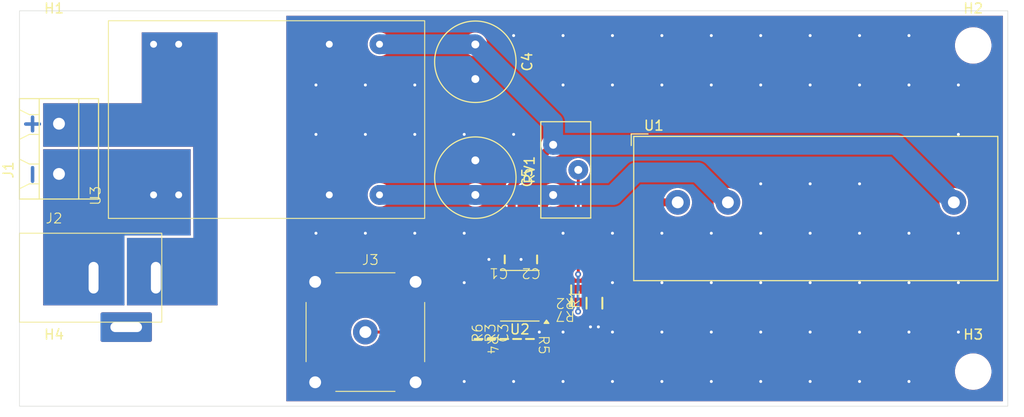
<source format=kicad_pcb>
(kicad_pcb (version 20241229) (generator "pcbnew") (generator_version "9.0")
  (layers (0 "F.Cu" signal) (2 "B.Cu" signal) (13 "F.Paste" user) (15 "B.Paste" user) (5 "F.SilkS" user "F.Silkscreen") (7 "B.SilkS" user "B.Silkscreen") (1 "F.Mask" user) (3 "B.Mask" user) (25 "Edge.Cuts" user))
  (net 0 "")
  (net 1 "GND")
  (net 2 "VCC")
  (net 3 "VEE")
  (net 4 "Net-(U2--)")
  (net 5 "Net-(U1-M)")
  (net 6 "Net-(J3-In)")
  (net 7 "Net-(U2-+)")
  (net 8 "Net-(J1-Pin_2)")
  (net 9 "Net-(J1-Pin_1)")
  (net 10 "Net-(C3-Pad1)")
  (net 12 "Net-(R4-Pad2)")
  (net 13 "Net-(R7-Pad1)")
  (footprint "SMD_Chip:0603" (layer "F.Cu") (at 70.825 93.175 180)
    (property "Reference" "R2" (at 0.6 -1.4 180) (layer "F.SilkS") (effects (font (thickness 0.1))))
    (property "Value" "820" (hide yes))
    (fp_line (start 0 -0.4) (end 0 0.4) (stroke (width 0.2)) (layer "F.SilkS"))
    (pad "1" smd rect (at -0.7 0 180) (size 0.8 0.9) (layers "F.Cu" "F.Mask" "F.Paste") (net 5 "Net-(U1-M)"))
    (pad "2" smd rect (at 0.7 0 180) (size 0.8 0.9) (layers "F.Cu" "F.Mask" "F.Paste") (net 7 "Net-(U2-+)"))
  )
  (footprint "SMD_Chip:0603" (layer "F.Cu") (at 65.35 98.2 90)
    (property "Reference" "C3" (at 0.6 -1.4 90) (layer "F.SilkS") (effects (font (thickness 0.1))))
    (property "Value" "100p" (hide yes))
    (fp_line (start 0 -0.4) (end 0 0.4) (stroke (width 0.2)) (layer "F.SilkS"))
    (pad "1" smd rect (at -0.7 0 90) (size 0.8 0.9) (layers "F.Cu" "F.Mask" "F.Paste") (net 10 "Net-(C3-Pad1)"))
    (pad "2" smd rect (at 0.7 0 90) (size 0.8 0.9) (layers "F.Cu" "F.Mask" "F.Paste") (net 4 "Net-(U2--)"))
  )
  (footprint "SMD_Chip:0603" (layer "F.Cu") (at 62.75 98.2 90)
    (property "Reference" "R6" (at 0.6 -1.4 90) (layer "F.SilkS") (effects (font (thickness 0.1))))
    (property "Value" "0" (hide yes))
    (fp_line (start 0 -0.4) (end 0 0.4) (stroke (width 0.2)) (layer "F.SilkS"))
    (pad "1" smd rect (at -0.7 0 90) (size 0.8 0.9) (layers "F.Cu" "F.Mask" "F.Paste") (net 12 "Net-(R4-Pad2)"))
    (pad "2" smd rect (at 0.7 0 90) (size 0.8 0.9) (layers "F.Cu" "F.Mask" "F.Paste") (net 4 "Net-(U2--)"))
  )
  (footprint "Anschlussklemme:BNC_vertical" (layer "F.Cu") (at 50 97.5)
    (property "Reference" "J3" (at 0.5 -7.3 0) (layer "F.SilkS") (effects (font (thickness 0.1))))
    (property "Value" "Conn_Coaxial" (hide yes))
    (fp_line (start -6 3) (end -6 -3) (stroke (width 0.1)) (layer "F.SilkS"))
    (fp_line (start -3 -6) (end 3 -6) (stroke (width 0.1)) (layer "F.SilkS"))
    (fp_line (start 3 6) (end -3 6) (stroke (width 0.1)) (layer "F.SilkS"))
    (fp_line (start 6 -3) (end 6 3) (stroke (width 0.1)) (layer "F.SilkS"))
    (pad "1" thru_hole circle (at 0 0) (size 2.5 2.5) (drill 1.2) (layers "*.Cu" "*.Mask") (net 6 "Net-(J3-In)"))
    (pad "2" thru_hole circle (at -5.08 -5.08) (size 2.5 2.5) (drill 1.2) (layers "*.Cu" "*.Mask") (net 1 "GND"))
    (pad "2" thru_hole circle (at -5.08 5.08) (size 2.5 2.5) (drill 1.2) (layers "*.Cu" "*.Mask") (net 1 "GND"))
    (pad "2" thru_hole circle (at 5.08 -5.08) (size 2.5 2.5) (drill 1.2) (layers "*.Cu" "*.Mask") (net 1 "GND"))
    (pad "2" thru_hole circle (at 5.08 5.08) (size 2.5 2.5) (drill 1.2) (layers "*.Cu" "*.Mask") (net 1 "GND"))
  )
  (footprint "MountingHole:MountingHole_3.2mm_M3_DIN965" (layer "F.Cu") (at 18.5 68.5)
    (property "Reference" "H1" (at 0 -3.75 0) (layer "F.SilkS"))
    (property "Value" "MountingHole")
    (pad "" np_thru_hole circle (at 0 0) (size 3.2 3.2) (drill 3.2) (layers "*.Cu" "*.Mask"))
  )
  (footprint "Capacitor_THT:C_Radial_D8.0mm_H7.0mm_P3.50mm" (layer "F.Cu") (at 61.125 80.125 -90)
    (property "Reference" "C5" (at 1.75 -5.25 90) (layer "F.SilkS"))
    (property "Value" "10u")
    (fp_circle (center 1.75 0) (end 5.87 0) (stroke (width 0.12)) (fill no) (layer "F.SilkS"))
    (pad "1" thru_hole circle (at 0 0 270) (size 2 2) (drill 0.8) (layers "*.Cu" "*.Mask") (net 1 "GND"))
    (pad "2" thru_hole circle (at 3.5 0 270) (size 2 2) (drill 0.8) (layers "*.Cu" "*.Mask") (net 3 "VEE"))
  )
  (footprint "SMD_Chip:0603" (layer "F.Cu") (at 61.45 98.2 -90)
    (property "Reference" "R4" (at 0.6 -1.4 270) (layer "F.SilkS") (effects (font (thickness 0.1))))
    (property "Value" "8.2k" (hide yes))
    (fp_line (start 0 -0.4) (end 0 0.4) (stroke (width 0.2)) (layer "F.SilkS"))
    (pad "1" smd rect (at -0.7 0 270) (size 0.8 0.9) (layers "F.Cu" "F.Mask" "F.Paste") (net 6 "Net-(J3-In)"))
    (pad "2" smd rect (at 0.7 0 270) (size 0.8 0.9) (layers "F.Cu" "F.Mask" "F.Paste") (net 12 "Net-(R4-Pad2)"))
  )
  (footprint "SMD_Chip:0603" (layer "F.Cu") (at 67.375 90.15 180)
    (property "Reference" "C2" (at 0.6 -1.4 180) (layer "F.SilkS") (effects (font (thickness 0.1))))
    (property "Value" "100n" (hide yes))
    (fp_line (start 0 -0.4) (end 0 0.4) (stroke (width 0.2)) (layer "F.SilkS"))
    (pad "1" smd rect (at -0.7 0 180) (size 0.8 0.9) (layers "F.Cu" "F.Mask" "F.Paste") (net 3 "VEE"))
    (pad "2" smd rect (at 0.7 0 180) (size 0.8 0.9) (layers "F.Cu" "F.Mask" "F.Paste") (net 1 "GND"))
  )
  (footprint "Anschlussklemme:AKL_101-02_5.08mm" (layer "F.Cu") (at 19 81.5 90)
    (property "Reference" "J1" (at 0.4 -5.12 90) (layer "F.SilkS"))
    (property "Value" "Screw_Terminal_01x02")
    (fp_line (start 7.62 -4) (end 7.62 4) (stroke (width 0.12)) (layer "F.SilkS"))
    (fp_line (start -2.54 -4) (end 7.62 -4) (stroke (width 0.12)) (layer "F.SilkS"))
    (fp_line (start -2.54 -4) (end -2.54 4) (stroke (width 0.12)) (layer "F.SilkS"))
    (fp_line (start 6 -3) (end 6.5 -4) (stroke (width 0.1)) (layer "F.SilkS"))
    (fp_line (start 4 -3) (end 3.5 -4) (stroke (width 0.1)) (layer "F.SilkS"))
    (fp_line (start 1 -3) (end 1.5 -4) (stroke (width 0.1)) (layer "F.SilkS"))
    (fp_line (start -1 -3) (end -1.5 -4) (stroke (width 0.1)) (layer "F.SilkS"))
    (fp_line (start 6 -2) (end 6 -3) (stroke (width 0.1)) (layer "F.SilkS"))
    (fp_line (start 4 -2) (end 4 -3) (stroke (width 0.1)) (layer "F.SilkS"))
    (fp_line (start 1 -2) (end 1 -3) (stroke (width 0.1)) (layer "F.SilkS"))
    (fp_line (start -1 -2) (end -1 -3) (stroke (width 0.1)) (layer "F.SilkS"))
    (fp_line (start -2.54 -2) (end 7.62 -2) (stroke (width 0.12)) (layer "F.SilkS"))
    (fp_line (start -2.54 2) (end 7.62 2) (stroke (width 0.12)) (layer "F.SilkS"))
    (fp_line (start -2.54 4) (end 7.62 4) (stroke (width 0.12)) (layer "F.SilkS"))
    (pad "1" thru_hole circle (at 0 0 90) (size 2.8 2.8) (drill 1.2) (layers "*.Cu" "*.Mask") (net 9 "Net-(J1-Pin_1)"))
    (pad "2" thru_hole circle (at 5.08 0 90) (size 2.8 2.8) (drill 1.2) (layers "*.Cu" "*.Mask") (net 8 "Net-(J1-Pin_2)"))
  )
  (footprint "Anschlussklemme:Hohlbuchse_BKL" (layer "F.Cu") (at 15 87.5)
    (property "Reference" "J2" (at 3.5 -1.5 0) (layer "F.SilkS") (effects (font (thickness 0.1))))
    (property "Value" "Barrel_Jack_Switch" (hide yes))
    (fp_rect (start 0 0) (end 14.4 9) (stroke (width 0.1)) (fill no) (layer "F.SilkS"))
    (pad "1" thru_hole roundrect (at 13.8 4.5 90) (size 5.2 3) (drill oval 3.2 1) (layers "*.Cu" "*.Mask") (roundrect_rratio 0.06666666667) (net 8 "Net-(J1-Pin_2)"))
    (pad "2" thru_hole roundrect (at 7.5 4.5 90) (size 5.2 3) (drill oval 3.2 1) (layers "*.Cu" "*.Mask") (roundrect_rratio 0.06666666667) (net 9 "Net-(J1-Pin_1)"))
    (pad "3" thru_hole roundrect (at 10.8 9.5 180) (size 5.2 3) (drill oval 3.2 1) (layers "*.Cu" "*.Mask") (roundrect_rratio 0.06666666667))
  )
  (footprint "MountingHole:MountingHole_3.2mm_M3_DIN965" (layer "F.Cu") (at 111.5 68.5)
    (property "Reference" "H2" (at 0 -3.75 0) (layer "F.SilkS"))
    (property "Value" "MountingHole")
    (pad "" np_thru_hole circle (at 0 0) (size 3.2 3.2) (drill 3.2) (layers "*.Cu" "*.Mask"))
  )
  (footprint "MountingHole:MountingHole_3.2mm_M3_DIN965" (layer "F.Cu") (at 111.5 101.5)
    (property "Reference" "H3" (at 0 -3.75 0) (layer "F.SilkS"))
    (property "Value" "MountingHole")
    (pad "" np_thru_hole circle (at 0 0) (size 3.2 3.2) (drill 3.2) (layers "*.Cu" "*.Mask"))
  )
  (footprint "Package_SO:SOIC-8_3.9x4.9mm_P1.27mm" (layer "F.Cu") (at 65.625 93.825 180)
    (property "Reference" "U2" (at 0 -3.4 0) (layer "F.SilkS"))
    (property "Value" "OPA134")
    (fp_line (start 0 2.56) (end 1.95 2.56) (stroke (width 0.12)) (layer "F.SilkS"))
    (fp_line (start 0 2.56) (end -1.95 2.56) (stroke (width 0.12)) (layer "F.SilkS"))
    (fp_line (start 0 -2.56) (end 1.95 -2.56) (stroke (width 0.12)) (layer "F.SilkS"))
    (fp_line (start 0 -2.56) (end -1.95 -2.56) (stroke (width 0.12)) (layer "F.SilkS"))
    (fp_poly (pts (xy -2.7 -2.465) (xy -2.94 -2.795) (xy -2.46 -2.795)) (stroke (width 0.12)) (fill yes) (layer "F.SilkS"))
    (pad "1" smd roundrect (at -2.475 -1.905 180) (size 1.95 0.6) (layers "F.Cu" "F.Mask" "F.Paste"))
    (pad "2" smd roundrect (at -2.475 -0.635 180) (size 1.95 0.6) (layers "F.Cu" "F.Mask" "F.Paste") (net 4 "Net-(U2--)"))
    (pad "3" smd roundrect (at -2.475 0.635 180) (size 1.95 0.6) (layers "F.Cu" "F.Mask" "F.Paste") (net 7 "Net-(U2-+)"))
    (pad "4" smd roundrect (at -2.475 1.905 180) (size 1.95 0.6) (layers "F.Cu" "F.Mask" "F.Paste") (net 3 "VEE"))
    (pad "5" smd roundrect (at 2.475 1.905 180) (size 1.95 0.6) (layers "F.Cu" "F.Mask" "F.Paste"))
    (pad "6" smd roundrect (at 2.475 0.635 180) (size 1.95 0.6) (layers "F.Cu" "F.Mask" "F.Paste") (net 6 "Net-(J3-In)"))
    (pad "7" smd roundrect (at 2.475 -0.635 180) (size 1.95 0.6) (layers "F.Cu" "F.Mask" "F.Paste") (net 2 "VCC"))
    (pad "8" smd roundrect (at 2.475 -1.905 180) (size 1.95 0.6) (layers "F.Cu" "F.Mask" "F.Paste"))
  )
  (footprint "SMD_Chip:0603" (layer "F.Cu") (at 70.825 94.475 180)
    (property "Reference" "R7" (at 0.6 -1.4 180) (layer "F.SilkS") (effects (font (thickness 0.1))))
    (property "Value" "220k" (hide yes))
    (fp_line (start 0 -0.4) (end 0 0.4) (stroke (width 0.2)) (layer "F.SilkS"))
    (pad "1" smd rect (at -0.7 0 180) (size 0.8 0.9) (layers "F.Cu" "F.Mask" "F.Paste") (net 13 "Net-(R7-Pad1)"))
    (pad "2" smd rect (at 0.7 0 180) (size 0.8 0.9) (layers "F.Cu" "F.Mask" "F.Paste") (net 4 "Net-(U2--)"))
  )
  (footprint "Potentiometer_THT:Potentiometer_Bourns_3296Y_Vertical" (layer "F.Cu") (at 69 78.55 90)
    (property "Reference" "RV1" (at -2.54 -2.39 90) (layer "F.SilkS"))
    (property "Value" "220k")
    (fp_line (start 2.335 -1.25) (end 2.335 3.8) (stroke (width 0.12)) (layer "F.SilkS"))
    (fp_line (start -7.415 -1.25) (end 2.335 -1.25) (stroke (width 0.12)) (layer "F.SilkS"))
    (fp_line (start 2.335 3.8) (end -7.415 3.8) (stroke (width 0.12)) (layer "F.SilkS"))
    (fp_line (start -7.415 3.8) (end -7.415 -1.25) (stroke (width 0.12)) (layer "F.SilkS"))
    (pad "1" thru_hole circle (at 0 0 90) (size 2 2) (drill 0.8) (layers "*.Cu" "*.Mask") (net 2 "VCC"))
    (pad "2" thru_hole circle (at -2.54 2.54 90) (size 2 2) (drill 0.8) (layers "*.Cu" "*.Mask") (net 13 "Net-(R7-Pad1)"))
    (pad "3" thru_hole circle (at -5.08 0 90) (size 2 2) (drill 0.8) (layers "*.Cu" "*.Mask") (net 3 "VEE"))
  )
  (footprint "DCDC_Module:TEN5" (layer "F.Cu") (at 40 76 90)
    (property "Reference" "U3" (at -7.7 -17.3 90) (layer "F.SilkS") (effects (font (thickness 0.1))))
    (property "Value" "TEN5-1223" (hide yes))
    (fp_rect (start -10 -16) (end 10 16) (stroke (width 0.1)) (fill no) (layer "F.SilkS"))
    (pad "2" thru_hole circle (at -7.62 -11.43 90) (size 2 2) (drill 0.7) (layers "*.Cu" "*.Mask") (net 9 "Net-(J1-Pin_1)"))
    (pad "3" thru_hole circle (at -7.62 -8.89 90) (size 2 2) (drill 0.7) (layers "*.Cu" "*.Mask") (net 9 "Net-(J1-Pin_1)"))
    (pad "9" thru_hole circle (at -7.62 6.35 90) (size 2 2) (drill 0.7) (layers "*.Cu" "*.Mask") (net 1 "GND"))
    (pad "11" thru_hole circle (at -7.62 11.43 90) (size 2 2) (drill 0.7) (layers "*.Cu" "*.Mask") (net 3 "VEE"))
    (pad "14" thru_hole circle (at 7.62 11.43 90) (size 2 2) (drill 0.7) (layers "*.Cu" "*.Mask") (net 2 "VCC"))
    (pad "16" thru_hole circle (at 7.62 6.35 90) (size 2 2) (drill 0.7) (layers "*.Cu" "*.Mask") (net 1 "GND"))
    (pad "22" thru_hole circle (at 7.62 -8.89 90) (size 2 2) (drill 0.7) (layers "*.Cu" "*.Mask") (net 8 "Net-(J1-Pin_2)"))
    (pad "23" thru_hole circle (at 7.62 -11.43 90) (size 2 2) (drill 0.7) (layers "*.Cu" "*.Mask") (net 8 "Net-(J1-Pin_2)"))
  )
  (footprint "SMD_Chip:1206" (layer "F.Cu") (at 73.175 94.575 90)
    (property "Reference" "R1" (at 0.4 -2 90) (layer "F.SilkS") (effects (font (thickness 0.1))))
    (property "Value" "100" (hide yes))
    (fp_line (start 0.55 -0.8) (end -0.55 -0.8) (stroke (width 0.2)) (layer "F.SilkS"))
    (fp_line (start 0.55 0.8) (end -0.55 0.8) (stroke (width 0.2)) (layer "F.SilkS"))
    (pad "1" smd rect (at -1.4 0 90) (size 1 1.7) (layers "F.Cu" "F.Mask" "F.Paste") (net 1 "GND"))
    (pad "2" smd rect (at 1.4 0 90) (size 1 1.7) (layers "F.Cu" "F.Mask" "F.Paste") (net 5 "Net-(U1-M)"))
  )
  (footprint "Sensor_Current:LEM_LA25-P" (layer "F.Cu") (at 81.6 84.375)
    (property "Reference" "U1" (at -2.413 -7.767 0) (layer "F.SilkS"))
    (property "Value" "LA55-P")
    (fp_line (start -4.7 -6.92) (end -4.7 -5.75) (stroke (width 0.12)) (layer "F.SilkS"))
    (fp_line (start -4.45 -6.67) (end -4.45 7.92) (stroke (width 0.12)) (layer "F.SilkS"))
    (fp_line (start -4.45 7.92) (end 32.39 7.92) (stroke (width 0.12)) (layer "F.SilkS"))
    (fp_line (start -3 -6.92) (end -4.7 -6.92) (stroke (width 0.12)) (layer "F.SilkS"))
    (fp_line (start 32.39 -6.67) (end -4.45 -6.67) (stroke (width 0.12)) (layer "F.SilkS"))
    (fp_line (start 32.39 7.92) (end 32.39 -6.67) (stroke (width 0.12)) (layer "F.SilkS"))
    (pad "1" thru_hole circle (at 0 0) (size 2.5 2.5) (drill 1.2) (layers "*.Cu" "*.Mask") (net 5 "Net-(U1-M)"))
    (pad "2" thru_hole circle (at 5.08 0) (size 2.5 2.5) (drill 1.2) (layers "*.Cu" "*.Mask") (net 3 "VEE"))
    (pad "3" thru_hole circle (at 27.94 0) (size 2.5 2.5) (drill 1.2) (layers "*.Cu" "*.Mask") (net 2 "VCC"))
  )
  (footprint "MountingHole:MountingHole_3.2mm_M3_DIN965" (layer "F.Cu") (at 18.5 101.5)
    (property "Reference" "H4" (at 0 -3.75 0) (layer "F.SilkS"))
    (property "Value" "MountingHole")
    (pad "" np_thru_hole circle (at 0 0) (size 3.2 3.2) (drill 3.2) (layers "*.Cu" "*.Mask"))
  )
  (footprint "SMD_Chip:0603" (layer "F.Cu") (at 66.65 98.2 -90)
    (property "Reference" "R5" (at 0.6 -1.4 270) (layer "F.SilkS") (effects (font (thickness 0.1))))
    (property "Value" "4.3" (hide yes))
    (fp_line (start 0 -0.4) (end 0 0.4) (stroke (width 0.2)) (layer "F.SilkS"))
    (pad "1" smd rect (at -0.7 0 270) (size 0.8 0.9) (layers "F.Cu" "F.Mask" "F.Paste") (net 1 "GND"))
    (pad "2" smd rect (at 0.7 0 270) (size 0.8 0.9) (layers "F.Cu" "F.Mask" "F.Paste") (net 10 "Net-(C3-Pad1)"))
  )
  (footprint "SMD_Chip:0603" (layer "F.Cu") (at 64.1 90.15 180)
    (property "Reference" "C1" (at 0.6 -1.4 180) (layer "F.SilkS") (effects (font (thickness 0.1))))
    (property "Value" "100n" (hide yes))
    (fp_line (start 0 -0.4) (end 0 0.4) (stroke (width 0.2)) (layer "F.SilkS"))
    (pad "1" smd rect (at -0.7 0 180) (size 0.8 0.9) (layers "F.Cu" "F.Mask" "F.Paste") (net 2 "VCC"))
    (pad "2" smd rect (at 0.7 0 180) (size 0.8 0.9) (layers "F.Cu" "F.Mask" "F.Paste") (net 1 "GND"))
  )
  (footprint "SMD_Chip:0603" (layer "F.Cu") (at 64.05 98.2 90)
    (property "Reference" "R3" (at 0.6 -1.4 90) (layer "F.SilkS") (effects (font (thickness 0.1))))
    (property "Value" "910" (hide yes))
    (fp_line (start 0 -0.4) (end 0 0.4) (stroke (width 0.2)) (layer "F.SilkS"))
    (pad "1" smd rect (at -0.7 0 90) (size 0.8 0.9) (layers "F.Cu" "F.Mask" "F.Paste") (net 10 "Net-(C3-Pad1)"))
    (pad "2" smd rect (at 0.7 0 90) (size 0.8 0.9) (layers "F.Cu" "F.Mask" "F.Paste") (net 4 "Net-(U2--)"))
  )
  (footprint "Capacitor_THT:C_Radial_D8.0mm_H7.0mm_P3.50mm" (layer "F.Cu") (at 61.125 68.4 -90)
    (property "Reference" "C4" (at 1.75 -5.25 90) (layer "F.SilkS"))
    (property "Value" "10u")
    (fp_circle (center 1.75 0) (end 5.87 0) (stroke (width 0.12)) (fill no) (layer "F.SilkS"))
    (pad "1" thru_hole circle (at 0 0 270) (size 2 2) (drill 0.8) (layers "*.Cu" "*.Mask") (net 2 "VCC"))
    (pad "2" thru_hole circle (at 3.5 0 270) (size 2 2) (drill 0.8) (layers "*.Cu" "*.Mask") (net 1 "GND"))
  )
  (gr_rect (start 15 65) (end 115 105) (stroke (width 0.05)) (fill no) (layer "Edge.Cuts"))
  (gr_text "-" (at 17.25 80.2 90) (layer "B.Cu") (effects (font (size 1.8 1.8) (thickness 0.36) (bold yes)) (justify left bottom mirror)))
  (gr_text "+" (at 17.25 75.1 90) (layer "B.Cu") (effects (font (size 1.8 1.8) (thickness 0.36) (bold yes)) (justify left bottom mirror)))
  (via (at 90 92.5) (size 0.6) (drill 0.3) (layers "F.Cu" "B.Cu") (net 1))
  (via (at 55 72.5) (size 0.6) (drill 0.3) (layers "F.Cu" "B.Cu") (net 1))
  (via (at 45 87.5) (size 0.6) (drill 0.3) (layers "F.Cu" "B.Cu") (net 1))
  (via (at 95 67.5) (size 0.6) (drill 0.3) (layers "F.Cu" "B.Cu") (net 1))
  (via (at 70 67.5) (size 0.6) (drill 0.3) (layers "F.Cu" "B.Cu") (net 1))
  (via (at 55 77.5) (size 0.6) (drill 0.3) (layers "F.Cu" "B.Cu") (net 1))
  (via (at 75 97.5) (size 0.6) (drill 0.3) (layers "F.Cu" "B.Cu") (net 1))
  (via (at 80 97.5) (size 0.6) (drill 0.3) (layers "F.Cu" "B.Cu") (net 1))
  (via (at 65 77.5) (size 0.6) (drill 0.3) (layers "F.Cu" "B.Cu") (net 1))
  (via (at 80 87.5) (size 0.6) (drill 0.3) (layers "F.Cu" "B.Cu") (net 1))
  (via (at 55 87.5) (size 0.6) (drill 0.3) (layers "F.Cu" "B.Cu") (net 1))
  (via (at 50 87.5) (size 0.6) (drill 0.3) (layers "F.Cu" "B.Cu") (net 1))
  (via (at 105 92.5) (size 0.6) (drill 0.3) (layers "F.Cu" "B.Cu") (net 1))
  (via (at 70 102.5) (size 0.6) (drill 0.3) (layers "F.Cu" "B.Cu") (net 1))
  (via (at 62.5 90.15) (size 0.6) (drill 0.3) (layers "F.Cu" "B.Cu") (net 1))
  (via (at 75 67.5) (size 0.6) (drill 0.3) (layers "F.Cu" "B.Cu") (net 1))
  (via (at 95 82.5) (size 0.6) (drill 0.3) (layers "F.Cu" "B.Cu") (net 1))
  (via (at 70 72.5) (size 0.6) (drill 0.3) (layers "F.Cu" "B.Cu") (net 1))
  (via (at 50 77.5) (size 0.6) (drill 0.3) (layers "F.Cu" "B.Cu") (net 1))
  (via (at 80 102.5) (size 0.6) (drill 0.3) (layers "F.Cu" "B.Cu") (net 1))
  (via (at 85 67.5) (size 0.6) (drill 0.3) (layers "F.Cu" "B.Cu") (net 1))
  (via (at 90 87.5) (size 0.6) (drill 0.3) (layers "F.Cu" "B.Cu") (net 1))
  (via (at 95 102.5) (size 0.6) (drill 0.3) (layers "F.Cu" "B.Cu") (net 1))
  (via (at 60 102.5) (size 0.6) (drill 0.3) (layers "F.Cu" "B.Cu") (net 1))
  (via (at 95 72.5) (size 0.6) (drill 0.3) (layers "F.Cu" "B.Cu") (net 1))
  (via (at 100 72.5) (size 0.6) (drill 0.3) (layers "F.Cu" "B.Cu") (net 1))
  (via (at 105 72.5) (size 0.6) (drill 0.3) (layers "F.Cu" "B.Cu") (net 1))
  (via (at 100 82.5) (size 0.6) (drill 0.3) (layers "F.Cu" "B.Cu") (net 1))
  (via (at 100 92.5) (size 0.6) (drill 0.3) (layers "F.Cu" "B.Cu") (net 1))
  (via (at 100 87.5) (size 0.6) (drill 0.3) (layers "F.Cu" "B.Cu") (net 1))
  (via (at 70 87.5) (size 0.6) (drill 0.3) (layers "F.Cu" "B.Cu") (net 1))
  (via (at 85 92.5) (size 0.6) (drill 0.3) (layers "F.Cu" "B.Cu") (net 1))
  (via (at 50 72.5) (size 0.6) (drill 0.3) (layers "F.Cu" "B.Cu") (net 1))
  (via (at 85 102.5) (size 0.6) (drill 0.3) (layers "F.Cu" "B.Cu") (net 1))
  (via (at 80 72.5) (size 0.6) (drill 0.3) (layers "F.Cu" "B.Cu") (net 1))
  (via (at 60 87.5) (size 0.6) (drill 0.3) (layers "F.Cu" "B.Cu") (net 1))
  (via (at 90 82.5) (size 0.6) (drill 0.3) (layers "F.Cu" "B.Cu") (net 1))
  (via (at 100 102.5) (size 0.6) (drill 0.3) (layers "F.Cu" "B.Cu") (net 1))
  (via (at 110 77.5) (size 0.6) (drill 0.3) (layers "F.Cu" "B.Cu") (net 1))
  (via (at 90 72.5) (size 0.6) (drill 0.3) (layers "F.Cu" "B.Cu") (net 1))
  (via (at 65 102.5) (size 0.6) (drill 0.3) (layers "F.Cu" "B.Cu") (net 1))
  (via (at 73.575 96.975) (size 0.6) (drill 0.3) (layers "F.Cu" "B.Cu") (net 1))
  (via (at 85 97.5) (size 0.6) (drill 0.3) (layers "F.Cu" "B.Cu") (net 1))
  (via (at 100 97.5) (size 0.6) (drill 0.3) (layers "F.Cu" "B.Cu") (net 1))
  (via (at 75 92.5) (size 0.6) (drill 0.3) (layers "F.Cu" "B.Cu") (net 1))
  (via (at 45 77.5) (size 0.6) (drill 0.3) (layers "F.Cu" "B.Cu") (net 1))
  (via (at 110 87.5) (size 0.6) (drill 0.3) (layers "F.Cu" "B.Cu") (net 1))
  (via (at 110 72.5) (size 0.6) (drill 0.3) (layers "F.Cu" "B.Cu") (net 1))
  (via (at 75 102.5) (size 0.6) (drill 0.3) (layers "F.Cu" "B.Cu") (net 1))
  (via (at 95 97.5) (size 0.6) (drill 0.3) (layers "F.Cu" "B.Cu") (net 1))
  (via (at 65 67.5) (size 0.6) (drill 0.3) (layers "F.Cu" "B.Cu") (net 1))
  (via (at 45 72.5) (size 0.6) (drill 0.3) (layers "F.Cu" "B.Cu") (net 1))
  (via (at 60 77.5) (size 0.6) (drill 0.3) (layers "F.Cu" "B.Cu") (net 1))
  (via (at 80 67.5) (size 0.6) (drill 0.3) (layers "F.Cu" "B.Cu") (net 1))
  (via (at 105 97.5) (size 0.6) (drill 0.3) (layers "F.Cu" "B.Cu") (net 1))
  (via (at 70 97.5) (size 0.6) (drill 0.3) (layers "F.Cu" "B.Cu") (net 1))
  (via (at 90 97.5) (size 0.6) (drill 0.3) (layers "F.Cu" "B.Cu") (net 1))
  (via (at 95 92.5) (size 0.6) (drill 0.3) (layers "F.Cu" "B.Cu") (net 1))
  (via (at 105 102.5) (size 0.6) (drill 0.3) (layers "F.Cu" "B.Cu") (net 1))
  (via (at 110 97.5) (size 0.6) (drill 0.3) (layers "F.Cu" "B.Cu") (net 1))
  (via (at 110 92.5) (size 0.6) (drill 0.3) (layers "F.Cu" "B.Cu") (net 1))
  (via (at 67.6 97.5) (size 0.6) (drill 0.3) (layers "F.Cu" "B.Cu") (net 1))
  (via (at 60 92.5) (size 0.6) (drill 0.3) (layers "F.Cu" "B.Cu") (net 1))
  (via (at 75 87.5) (size 0.6) (drill 0.3) (layers "F.Cu" "B.Cu") (net 1))
  (via (at 75 72.5) (size 0.6) (drill 0.3) (layers "F.Cu" "B.Cu") (net 1))
  (via (at 90 102.5) (size 0.6) (drill 0.3) (layers "F.Cu" "B.Cu") (net 1))
  (via (at 105 87.5) (size 0.6) (drill 0.3) (layers "F.Cu" "B.Cu") (net 1))
  (via (at 105 67.5) (size 0.6) (drill 0.3) (layers "F.Cu" "B.Cu") (net 1))
  (via (at 85 72.5) (size 0.6) (drill 0.3) (layers "F.Cu" "B.Cu") (net 1))
  (via (at 80 92.5) (size 0.6) (drill 0.3) (layers "F.Cu" "B.Cu") (net 1))
  (via (at 90 67.5) (size 0.6) (drill 0.3) (layers "F.Cu" "B.Cu") (net 1))
  (via (at 100 67.5) (size 0.6) (drill 0.3) (layers "F.Cu" "B.Cu") (net 1))
  (via (at 65.75 90.15) (size 0.6) (drill 0.3) (layers "F.Cu" "B.Cu") (net 1))
  (via (at 85 87.5) (size 0.6) (drill 0.3) (layers "F.Cu" "B.Cu") (net 1))
  (via (at 72.775 96.975) (size 0.6) (drill 0.3) (layers "F.Cu" "B.Cu") (net 1))
  (via (at 95 87.5) (size 0.6) (drill 0.3) (layers "F.Cu" "B.Cu") (net 1))
  (segment (start 63.15 94.46) (end 64.34 94.46) (width 0.3) (layer "F.Cu") (net 2))
  (segment (start 64.8 90.15) (end 64.8 82.75) (width 0.8) (layer "F.Cu") (net 2))
  (segment (start 64.8 94) (end 64.8 90.15) (width 0.3) (layer "F.Cu") (net 2))
  (segment (start 64.8 82.75) (end 69 78.55) (width 0.8) (layer "F.Cu") (net 2))
  (segment (start 64.34 94.46) (end 64.8 94) (width 0.3) (layer "F.Cu") (net 2))
  (segment (start 103.715 78.55) (end 109.54 84.375) (width 2) (layer "B.Cu") (net 2))
  (segment (start 69 78.55) (end 103.715 78.55) (width 2) (layer "B.Cu") (net 2))
  (segment (start 69 76.275) (end 69 78.55) (width 2) (layer "B.Cu") (net 2))
  (segment (start 61.105 68.38) (end 61.125 68.4) (width 2) (layer "B.Cu") (net 2))
  (segment (start 61.125 68.4) (end 69 76.275) (width 2) (layer "B.Cu") (net 2))
  (segment (start 51.43 68.38) (end 61.105 68.38) (width 2) (layer "B.Cu") (net 2))
  (segment (start 68.075 84.555) (end 69 83.63) (width 0.8) (layer "F.Cu") (net 3))
  (segment (start 68.1 91.92) (end 68.1 90.175) (width 0.3) (layer "F.Cu") (net 3))
  (segment (start 68.075 90.15) (end 68.075 84.555) (width 0.8) (layer "F.Cu") (net 3))
  (segment (start 68.1 90.175) (end 68.075 90.15) (width 0.3) (layer "F.Cu") (net 3))
  (segment (start 61.12 83.62) (end 61.125 83.625) (width 2) (layer "B.Cu") (net 3))
  (segment (start 51.43 83.62) (end 61.12 83.62) (width 2) (layer "B.Cu") (net 3))
  (segment (start 69 83.63) (end 75.07 83.63) (width 2) (layer "B.Cu") (net 3))
  (segment (start 77.35 81.35) (end 83.655 81.35) (width 2) (layer "B.Cu") (net 3))
  (segment (start 83.655 81.35) (end 86.68 84.375) (width 2) (layer "B.Cu") (net 3))
  (segment (start 61.125 83.625) (end 68.995 83.625) (width 2) (layer "B.Cu") (net 3))
  (segment (start 68.995 83.625) (end 69 83.63) (width 2) (layer "B.Cu") (net 3))
  (segment (start 75.07 83.63) (end 77.35 81.35) (width 2) (layer "B.Cu") (net 3))
  (segment (start 70.11 94.46) (end 70.125 94.475) (width 0.3) (layer "F.Cu") (net 4))
  (segment (start 68.1 94.46) (end 70.11 94.46) (width 0.3) (layer "F.Cu") (net 4))
  (segment (start 65.35 97.5) (end 64.05 97.5) (width 0.3) (layer "F.Cu") (net 4))
  (segment (start 70.085 94.46) (end 70.125 94.5) (width 0.3) (layer "F.Cu") (net 4))
  (segment (start 65.35 95.525) (end 66.415 94.46) (width 0.3) (layer "F.Cu") (net 4))
  (segment (start 65.35 97.5) (end 65.35 95.525) (width 0.3) (layer "F.Cu") (net 4))
  (segment (start 64.05 97.5) (end 62.75 97.5) (width 0.3) (layer "F.Cu") (net 4))
  (segment (start 66.415 94.46) (end 68.1 94.46) (width 0.3) (layer "F.Cu") (net 4))
  (segment (start 71.525 93.175) (end 73.175 93.175) (width 0.3) (layer "F.Cu") (net 5))
  (segment (start 81.6 84.375) (end 79.625 84.375) (width 0.8) (layer "F.Cu") (net 5))
  (segment (start 79.625 84.375) (end 73.175 90.825) (width 0.8) (layer "F.Cu") (net 5))
  (segment (start 73.175 90.825) (end 73.175 93.175) (width 0.8) (layer "F.Cu") (net 5))
  (segment (start 61.45 97.5) (end 50 97.5) (width 0.3) (layer "F.Cu") (net 6))
  (segment (start 61.45 97.5) (end 61.45 93.725) (width 0.3) (layer "F.Cu") (net 6))
  (segment (start 61.985 93.19) (end 63.15 93.19) (width 0.3) (layer "F.Cu") (net 6))
  (segment (start 61.45 93.725) (end 61.985 93.19) (width 0.3) (layer "F.Cu") (net 6))
  (segment (start 70.11 93.19) (end 70.125 93.175) (width 0.3) (layer "F.Cu") (net 7))
  (segment (start 68.1 93.19) (end 70.11 93.19) (width 0.3) (layer "F.Cu") (net 7))
  (segment (start 70.115 93.19) (end 70.125 93.2) (width 0.3) (layer "F.Cu") (net 7))
  (segment (start 65.35 98.9) (end 66.65 98.9) (width 0.3) (layer "F.Cu") (net 10))
  (segment (start 64.05 98.9) (end 65.35 98.9) (width 0.3) (layer "F.Cu") (net 10))
  (segment (start 61.45 98.9) (end 62.75 98.9) (width 0.3) (layer "F.Cu") (net 12))
  (segment (start 71.525 94.475) (end 71.525 95.425) (width 0.3) (layer "F.Cu") (net 13))
  (segment (start 71.525 91.65) (end 71.54 91.635) (width 0.3) (layer "F.Cu") (net 13))
  (segment (start 71.54 91.635) (end 71.54 81.09) (width 0.3) (layer "F.Cu") (net 13))
  (via (at 71.525 95.425) (size 0.6) (drill 0.3) (layers "F.Cu" "B.Cu") (net 13))
  (via (at 71.525 91.65) (size 0.6) (drill 0.3) (layers "F.Cu" "B.Cu") (net 13))
  (segment (start 71.525 95.425) (end 71.525 91.65) (width 0.3) (layer "B.Cu") (net 13))
  (zone (net 1) (net_name "GND") (layers "F.Cu" "B.Cu") (connect_pads yes (clearance 0.2)) (min_thickness 0.025) (fill yes (thermal_gap 0.5) (thermal_bridge_width 0.5))
    (polygon (pts (xy 42 105) (xy 42 65) (xy 115 65) (xy 115 105)))
  )
  (zone (net 9) (net_name "Net-(J1-Pin_1)") (layers "F.Cu" "B.Cu") (priority 2) (connect_pads yes (clearance 0.2)) (min_thickness 0.025) (fill yes (thermal_gap 0.5) (thermal_bridge_width 0.5))
    (polygon (pts (xy 17.4 79) (xy 32.325 79) (xy 32.325 87.725) (xy 25.625 87.725) (xy 25.625 94.8) (xy 17.4 94.8)))
  )
  (zone (net 8) (net_name "Net-(J1-Pin_2)") (layers "F.Cu" "B.Cu") (priority 1) (connect_pads yes (clearance 0.2)) (min_thickness 0.025) (fill yes (thermal_gap 0.5) (thermal_bridge_width 0.5))
    (polygon (pts (xy 17.4 78.75) (xy 17.4 74.35) (xy 27.375 74.35) (xy 27.375 67.175) (xy 35.05 67.175) (xy 35.05 94.8) (xy 25.875 94.8) (xy 25.875 87.975) (xy 32.6 87.975) (xy 32.576822 78.75)))
  )
)
</source>
